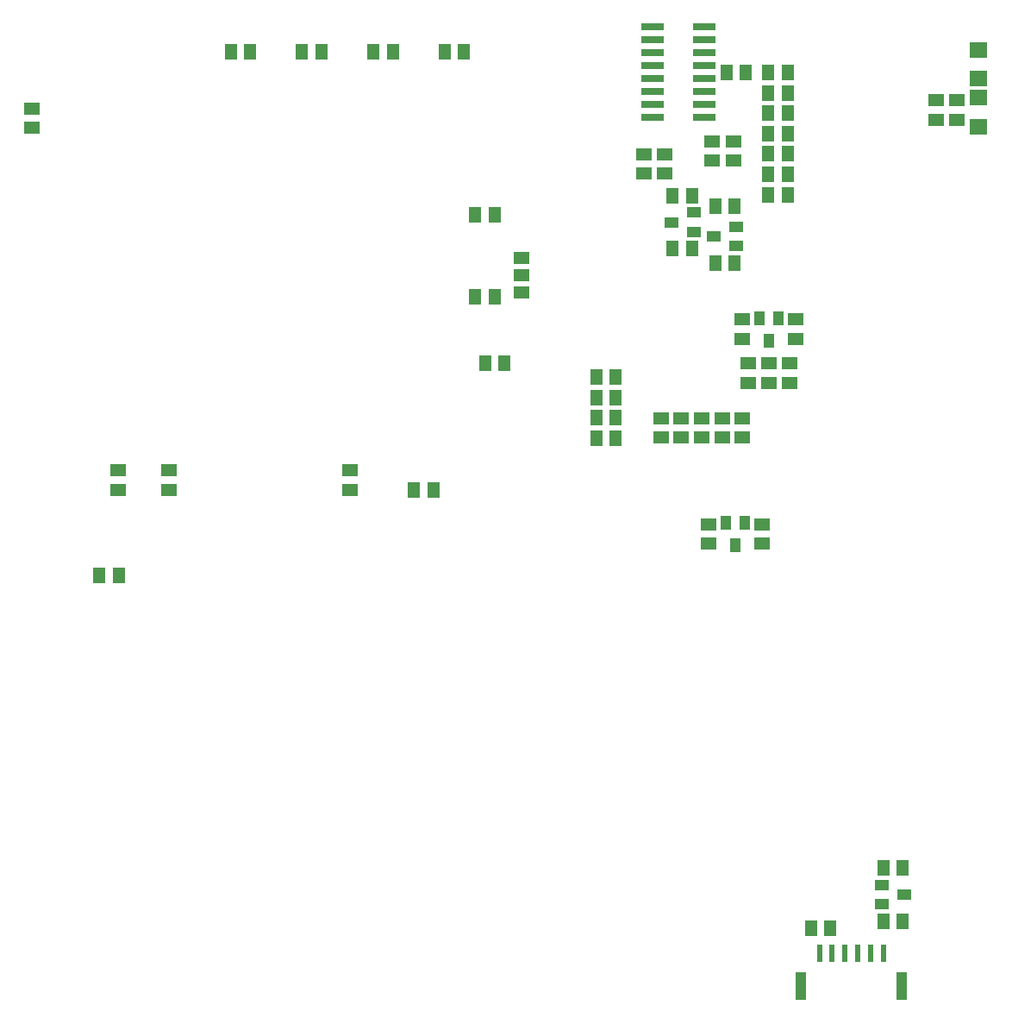
<source format=gbr>
G04 EAGLE Gerber RS-274X export*
G75*
%MOMM*%
%FSLAX34Y34*%
%LPD*%
%INSolderpaste Bottom*%
%IPPOS*%
%AMOC8*
5,1,8,0,0,1.08239X$1,22.5*%
G01*
%ADD10R,1.300000X1.500000*%
%ADD11R,0.600000X1.700000*%
%ADD12R,1.000000X2.700000*%
%ADD13R,1.500000X1.300000*%
%ADD14R,1.803000X1.600000*%
%ADD15R,1.000000X1.400000*%
%ADD16R,2.268500X0.639100*%
%ADD17R,1.400000X1.000000*%


D10*
X500500Y635000D03*
X519500Y635000D03*
X490500Y700000D03*
X509500Y700000D03*
D11*
X891250Y55500D03*
X878750Y55500D03*
D12*
X810250Y23500D03*
X909750Y23500D03*
D11*
X866250Y55500D03*
X853750Y55500D03*
X841250Y55500D03*
X828750Y55500D03*
D13*
X799000Y634500D03*
X799000Y615500D03*
X779000Y634500D03*
X779000Y615500D03*
X759000Y634500D03*
X759000Y615500D03*
D14*
X985000Y913780D03*
X985000Y942220D03*
X985000Y895220D03*
X985000Y866780D03*
D15*
X746000Y456000D03*
X755500Y478000D03*
X736500Y478000D03*
D13*
X772000Y457500D03*
X772000Y476500D03*
X720000Y476500D03*
X720000Y457500D03*
D10*
X628500Y621000D03*
X609500Y621000D03*
X628500Y601000D03*
X609500Y601000D03*
X628500Y581000D03*
X609500Y581000D03*
X628500Y561000D03*
X609500Y561000D03*
D13*
X693000Y580500D03*
X693000Y561500D03*
X673000Y580500D03*
X673000Y561500D03*
X713000Y561500D03*
X713000Y580500D03*
X733000Y561500D03*
X733000Y580500D03*
X753000Y580500D03*
X753000Y561500D03*
D10*
X797500Y840000D03*
X778500Y840000D03*
X737500Y920000D03*
X756500Y920000D03*
X778500Y920000D03*
X797500Y920000D03*
X778500Y800000D03*
X797500Y800000D03*
D13*
X744000Y833500D03*
X744000Y852500D03*
X723000Y833500D03*
X723000Y852500D03*
D10*
X778500Y900000D03*
X797500Y900000D03*
X778500Y860000D03*
X797500Y860000D03*
X778500Y880000D03*
X797500Y880000D03*
X797500Y820000D03*
X778500Y820000D03*
D16*
X715234Y964450D03*
X715234Y951750D03*
X715234Y939050D03*
X715234Y926350D03*
X715234Y913650D03*
X715234Y900950D03*
X715234Y888250D03*
X715234Y875550D03*
X664766Y875550D03*
X664766Y888250D03*
X664766Y900950D03*
X664766Y913650D03*
X664766Y926350D03*
X664766Y939050D03*
X664766Y951750D03*
X664766Y964450D03*
D13*
X677000Y820500D03*
X677000Y839500D03*
X656000Y820500D03*
X656000Y839500D03*
D10*
X490500Y780000D03*
X509500Y780000D03*
X250500Y940000D03*
X269500Y940000D03*
D13*
X368000Y529500D03*
X368000Y510500D03*
X140000Y529500D03*
X140000Y510500D03*
X190000Y529500D03*
X190000Y510500D03*
D10*
X320500Y940000D03*
X339500Y940000D03*
X449500Y510000D03*
X430500Y510000D03*
D17*
X912000Y113000D03*
X890000Y122500D03*
X890000Y103500D03*
D10*
X910500Y139000D03*
X891500Y139000D03*
X891500Y87000D03*
X910500Y87000D03*
D17*
X683000Y773000D03*
X705000Y763500D03*
X705000Y782500D03*
D10*
X684500Y747000D03*
X703500Y747000D03*
X703500Y799000D03*
X684500Y799000D03*
D17*
X725000Y759000D03*
X747000Y749500D03*
X747000Y768500D03*
D10*
X726500Y733000D03*
X745500Y733000D03*
X745500Y789000D03*
X726500Y789000D03*
D15*
X779000Y657000D03*
X788500Y679000D03*
X769500Y679000D03*
D13*
X805000Y658500D03*
X805000Y677500D03*
X753000Y677500D03*
X753000Y658500D03*
D10*
X390500Y940000D03*
X409500Y940000D03*
X460500Y940000D03*
X479500Y940000D03*
D13*
X943000Y892500D03*
X943000Y873500D03*
X964000Y892500D03*
X964000Y873500D03*
D10*
X140500Y426000D03*
X121500Y426000D03*
D13*
X55000Y884500D03*
X55000Y865500D03*
D10*
X839500Y80000D03*
X820500Y80000D03*
D13*
X536000Y738000D03*
X536000Y721000D03*
X536000Y704000D03*
M02*

</source>
